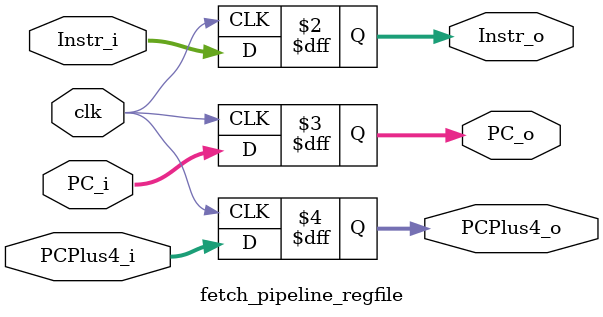
<source format=sv>
module fetch_pipeline_regfile #(
    parameter   DATA_WIDTH = 32
) (
    input logic clk,
    input logic [DATA_WIDTH-1:0] Instr_i,
    input logic [DATA_WIDTH-1:0] PC_i,
    input logic [DATA_WIDTH-1:0] PCPlus4_i,

    output logic [DATA_WIDTH-1:0] Instr_o,
    output logic [DATA_WIDTH-1:0] PC_o,
    output logic [DATA_WIDTH-1:0] PCPlus4_o

);

    always_ff @ (negedge clk) begin

        Instr_o     <= Instr_i;
        PC_o        <= PC_i;
        PCPlus4_o   <= PCPlus4_i;

    end

endmodule

/*
TO REMOVE PIPELINING AND RETURN TO SINGLE-CYCLE:
- remove/comment out clock variable
- change "always_ff @ (negedge clk)" -- to -> "always_comb"
*/

</source>
